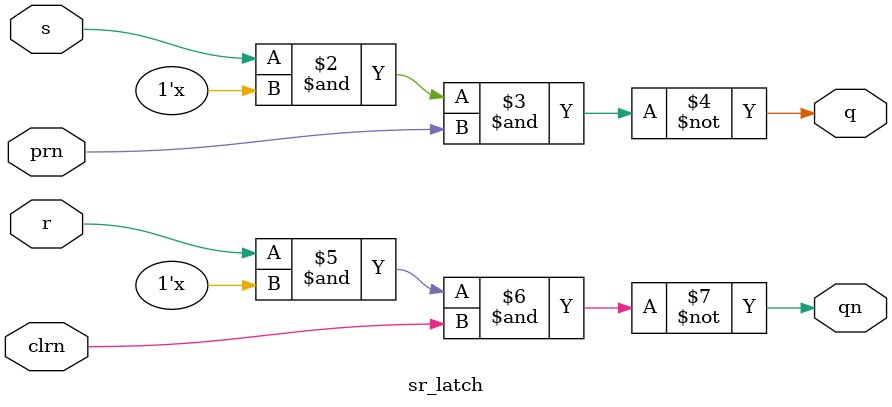
<source format=v>
module sr_latch(s,r,clrn,prn,q,qn);
	input s,r,clrn,prn;
	output reg q,qn;

	always@(*) begin
    q <= ~(s & qn & prn);
    qn <= ~(r & q & clrn);
	end
endmodule
</source>
